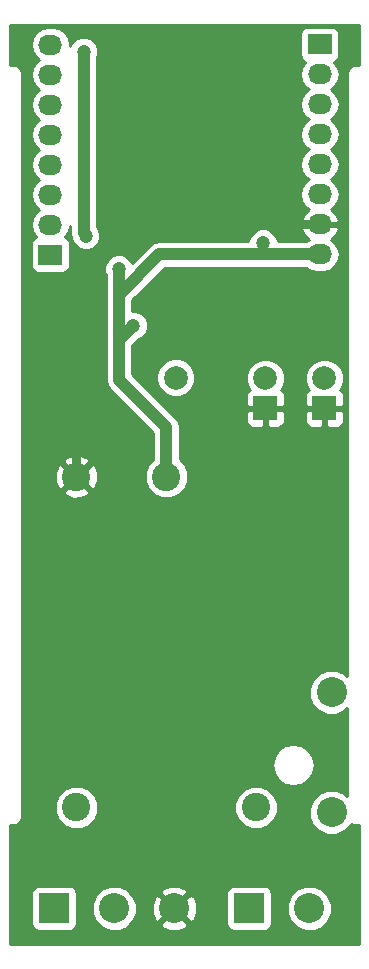
<source format=gbr>
G04 #@! TF.FileFunction,Copper,L2,Bot,Signal*
%FSLAX46Y46*%
G04 Gerber Fmt 4.6, Leading zero omitted, Abs format (unit mm)*
G04 Created by KiCad (PCBNEW 4.0.7-e2-6376~61~ubuntu18.04.1) date Sun Jul 15 10:10:36 2018*
%MOMM*%
%LPD*%
G01*
G04 APERTURE LIST*
%ADD10C,0.100000*%
%ADD11R,2.000000X2.000000*%
%ADD12C,2.000000*%
%ADD13C,2.540000*%
%ADD14R,2.540000X2.540000*%
%ADD15C,1.998980*%
%ADD16R,2.032000X1.727200*%
%ADD17O,2.032000X1.727200*%
%ADD18C,2.400000*%
%ADD19C,1.200000*%
%ADD20C,0.600000*%
%ADD21C,0.800000*%
%ADD22C,1.000000*%
%ADD23C,0.254000*%
G04 APERTURE END LIST*
D10*
D11*
X127110000Y-85920000D03*
D12*
X127110000Y-83380000D03*
D11*
X132110000Y-85920000D03*
D12*
X132110000Y-83380000D03*
D13*
X132710000Y-120120000D03*
X132710000Y-109960000D03*
D14*
X125730000Y-128270000D03*
D13*
X130810000Y-128270000D03*
D14*
X109220000Y-128270000D03*
D13*
X114300000Y-128270000D03*
X119380000Y-128270000D03*
D15*
X119510000Y-83320000D03*
D16*
X131710000Y-55120000D03*
D17*
X131710000Y-57660000D03*
X131710000Y-60200000D03*
X131710000Y-62740000D03*
X131710000Y-65280000D03*
X131710000Y-67820000D03*
X131710000Y-70360000D03*
X131710000Y-72900000D03*
D16*
X108910000Y-72920000D03*
D17*
X108910000Y-70380000D03*
X108910000Y-67840000D03*
X108910000Y-65300000D03*
X108910000Y-62760000D03*
X108910000Y-60220000D03*
X108910000Y-57680000D03*
X108910000Y-55140000D03*
D18*
X111110000Y-119720000D03*
X126310000Y-119720000D03*
X111110000Y-91720000D03*
X118710000Y-91720000D03*
D19*
X118310000Y-68320000D03*
X111710000Y-55720000D03*
X111910000Y-71320000D03*
X114710000Y-74120000D03*
X126910000Y-71920000D03*
X115910000Y-78920000D03*
D20*
X116270000Y-70360000D02*
X116110000Y-70360000D01*
X118310000Y-68320000D02*
X116270000Y-70360000D01*
D21*
X131710000Y-70360000D02*
X116110000Y-70360000D01*
X116110000Y-70360000D02*
X116070000Y-70360000D01*
X116070000Y-70360000D02*
X111110000Y-75320000D01*
X111110000Y-75320000D02*
X111110000Y-91720000D01*
D22*
X114710000Y-76320000D02*
X114710000Y-74120000D01*
X111710000Y-71120000D02*
X111710000Y-55720000D01*
X111910000Y-71320000D02*
X111710000Y-71120000D01*
D20*
X126910000Y-71920000D02*
X126910000Y-72900000D01*
X126910000Y-72900000D02*
X126910000Y-72920000D01*
X126910000Y-72920000D02*
X126910000Y-72900000D01*
X126310000Y-72900000D02*
X126310000Y-72920000D01*
X126310000Y-72920000D02*
X126310000Y-72900000D01*
D22*
X114710000Y-81720000D02*
X114710000Y-80120000D01*
X114710000Y-80120000D02*
X115910000Y-78920000D01*
X118710000Y-91720000D02*
X118710000Y-87520000D01*
X118130000Y-72900000D02*
X126310000Y-72900000D01*
X114710000Y-81720000D02*
X114710000Y-76320000D01*
X114710000Y-76320000D02*
X118130000Y-72900000D01*
X126310000Y-72900000D02*
X126910000Y-72900000D01*
X126910000Y-72900000D02*
X131710000Y-72900000D01*
X114710000Y-83520000D02*
X114710000Y-81720000D01*
X118710000Y-87520000D02*
X114710000Y-83520000D01*
D23*
G36*
X135029000Y-56817000D02*
X134764000Y-56817000D01*
X134492295Y-56871046D01*
X134261954Y-57024954D01*
X134108046Y-57255295D01*
X134054000Y-57527000D01*
X134054000Y-108609917D01*
X133790505Y-108345961D01*
X133090590Y-108055332D01*
X132332735Y-108054670D01*
X131632314Y-108344078D01*
X131095961Y-108879495D01*
X130805332Y-109579410D01*
X130804670Y-110337265D01*
X131094078Y-111037686D01*
X131629495Y-111574039D01*
X132329410Y-111864668D01*
X133087265Y-111865330D01*
X133787686Y-111575922D01*
X134054000Y-111310073D01*
X134054000Y-118769917D01*
X133790505Y-118505961D01*
X133090590Y-118215332D01*
X132332735Y-118214670D01*
X131632314Y-118504078D01*
X131095961Y-119039495D01*
X130805332Y-119739410D01*
X130804670Y-120497265D01*
X131094078Y-121197686D01*
X131629495Y-121734039D01*
X132329410Y-122024668D01*
X133087265Y-122025330D01*
X133787686Y-121735922D01*
X134324039Y-121200505D01*
X134366287Y-121098759D01*
X134492295Y-121182954D01*
X134764000Y-121237000D01*
X135029000Y-121237000D01*
X135029000Y-131317000D01*
X105509000Y-131317000D01*
X105509000Y-127000000D01*
X107302560Y-127000000D01*
X107302560Y-129540000D01*
X107346838Y-129775317D01*
X107485910Y-129991441D01*
X107698110Y-130136431D01*
X107950000Y-130187440D01*
X110490000Y-130187440D01*
X110725317Y-130143162D01*
X110941441Y-130004090D01*
X111086431Y-129791890D01*
X111137440Y-129540000D01*
X111137440Y-128647265D01*
X112394670Y-128647265D01*
X112684078Y-129347686D01*
X113219495Y-129884039D01*
X113919410Y-130174668D01*
X114677265Y-130175330D01*
X115377686Y-129885922D01*
X115646299Y-129617777D01*
X118211828Y-129617777D01*
X118343520Y-129912657D01*
X119051036Y-130184261D01*
X119808632Y-130164436D01*
X120416480Y-129912657D01*
X120548172Y-129617777D01*
X119380000Y-128449605D01*
X118211828Y-129617777D01*
X115646299Y-129617777D01*
X115914039Y-129350505D01*
X116204668Y-128650590D01*
X116205287Y-127941036D01*
X117465739Y-127941036D01*
X117485564Y-128698632D01*
X117737343Y-129306480D01*
X118032223Y-129438172D01*
X119200395Y-128270000D01*
X119559605Y-128270000D01*
X120727777Y-129438172D01*
X121022657Y-129306480D01*
X121294261Y-128598964D01*
X121274436Y-127841368D01*
X121022657Y-127233520D01*
X120727777Y-127101828D01*
X119559605Y-128270000D01*
X119200395Y-128270000D01*
X118032223Y-127101828D01*
X117737343Y-127233520D01*
X117465739Y-127941036D01*
X116205287Y-127941036D01*
X116205330Y-127892735D01*
X115915922Y-127192314D01*
X115646303Y-126922223D01*
X118211828Y-126922223D01*
X119380000Y-128090395D01*
X120470395Y-127000000D01*
X123812560Y-127000000D01*
X123812560Y-129540000D01*
X123856838Y-129775317D01*
X123995910Y-129991441D01*
X124208110Y-130136431D01*
X124460000Y-130187440D01*
X127000000Y-130187440D01*
X127235317Y-130143162D01*
X127451441Y-130004090D01*
X127596431Y-129791890D01*
X127647440Y-129540000D01*
X127647440Y-128647265D01*
X128904670Y-128647265D01*
X129194078Y-129347686D01*
X129729495Y-129884039D01*
X130429410Y-130174668D01*
X131187265Y-130175330D01*
X131887686Y-129885922D01*
X132424039Y-129350505D01*
X132714668Y-128650590D01*
X132715330Y-127892735D01*
X132425922Y-127192314D01*
X131890505Y-126655961D01*
X131190590Y-126365332D01*
X130432735Y-126364670D01*
X129732314Y-126654078D01*
X129195961Y-127189495D01*
X128905332Y-127889410D01*
X128904670Y-128647265D01*
X127647440Y-128647265D01*
X127647440Y-127000000D01*
X127603162Y-126764683D01*
X127464090Y-126548559D01*
X127251890Y-126403569D01*
X127000000Y-126352560D01*
X124460000Y-126352560D01*
X124224683Y-126396838D01*
X124008559Y-126535910D01*
X123863569Y-126748110D01*
X123812560Y-127000000D01*
X120470395Y-127000000D01*
X120548172Y-126922223D01*
X120416480Y-126627343D01*
X119708964Y-126355739D01*
X118951368Y-126375564D01*
X118343520Y-126627343D01*
X118211828Y-126922223D01*
X115646303Y-126922223D01*
X115380505Y-126655961D01*
X114680590Y-126365332D01*
X113922735Y-126364670D01*
X113222314Y-126654078D01*
X112685961Y-127189495D01*
X112395332Y-127889410D01*
X112394670Y-128647265D01*
X111137440Y-128647265D01*
X111137440Y-127000000D01*
X111093162Y-126764683D01*
X110954090Y-126548559D01*
X110741890Y-126403569D01*
X110490000Y-126352560D01*
X107950000Y-126352560D01*
X107714683Y-126396838D01*
X107498559Y-126535910D01*
X107353569Y-126748110D01*
X107302560Y-127000000D01*
X105509000Y-127000000D01*
X105509000Y-121237000D01*
X105774000Y-121237000D01*
X106045705Y-121182954D01*
X106276046Y-121029046D01*
X106429954Y-120798705D01*
X106484000Y-120527000D01*
X106484000Y-120083403D01*
X109274682Y-120083403D01*
X109553455Y-120758086D01*
X110069199Y-121274730D01*
X110743395Y-121554681D01*
X111473403Y-121555318D01*
X112148086Y-121276545D01*
X112664730Y-120760801D01*
X112944681Y-120086605D01*
X112944683Y-120083403D01*
X124474682Y-120083403D01*
X124753455Y-120758086D01*
X125269199Y-121274730D01*
X125943395Y-121554681D01*
X126673403Y-121555318D01*
X127348086Y-121276545D01*
X127864730Y-120760801D01*
X128144681Y-120086605D01*
X128145318Y-119356597D01*
X127866545Y-118681914D01*
X127350801Y-118165270D01*
X126676605Y-117885319D01*
X125946597Y-117884682D01*
X125271914Y-118163455D01*
X124755270Y-118679199D01*
X124475319Y-119353395D01*
X124474682Y-120083403D01*
X112944683Y-120083403D01*
X112945318Y-119356597D01*
X112666545Y-118681914D01*
X112150801Y-118165270D01*
X111476605Y-117885319D01*
X110746597Y-117884682D01*
X110071914Y-118163455D01*
X109555270Y-118679199D01*
X109275319Y-119353395D01*
X109274682Y-120083403D01*
X106484000Y-120083403D01*
X106484000Y-116127000D01*
X127659000Y-116127000D01*
X127796778Y-116819657D01*
X128189137Y-117406863D01*
X128776343Y-117799222D01*
X129469000Y-117937000D01*
X130161657Y-117799222D01*
X130748863Y-117406863D01*
X131141222Y-116819657D01*
X131279000Y-116127000D01*
X131141222Y-115434343D01*
X130748863Y-114847137D01*
X130161657Y-114454778D01*
X129469000Y-114317000D01*
X128776343Y-114454778D01*
X128189137Y-114847137D01*
X127796778Y-115434343D01*
X127659000Y-116127000D01*
X106484000Y-116127000D01*
X106484000Y-93017175D01*
X109992430Y-93017175D01*
X110115565Y-93304788D01*
X110797734Y-93564707D01*
X111527443Y-93543786D01*
X112104435Y-93304788D01*
X112227570Y-93017175D01*
X111110000Y-91899605D01*
X109992430Y-93017175D01*
X106484000Y-93017175D01*
X106484000Y-91407734D01*
X109265293Y-91407734D01*
X109286214Y-92137443D01*
X109525212Y-92714435D01*
X109812825Y-92837570D01*
X110930395Y-91720000D01*
X111289605Y-91720000D01*
X112407175Y-92837570D01*
X112694788Y-92714435D01*
X112954707Y-92032266D01*
X112933786Y-91302557D01*
X112694788Y-90725565D01*
X112407175Y-90602430D01*
X111289605Y-91720000D01*
X110930395Y-91720000D01*
X109812825Y-90602430D01*
X109525212Y-90725565D01*
X109265293Y-91407734D01*
X106484000Y-91407734D01*
X106484000Y-90422825D01*
X109992430Y-90422825D01*
X111110000Y-91540395D01*
X112227570Y-90422825D01*
X112104435Y-90135212D01*
X111422266Y-89875293D01*
X110692557Y-89896214D01*
X110115565Y-90135212D01*
X109992430Y-90422825D01*
X106484000Y-90422825D01*
X106484000Y-57527000D01*
X106429954Y-57255295D01*
X106276046Y-57024954D01*
X106045705Y-56871046D01*
X105774000Y-56817000D01*
X105509000Y-56817000D01*
X105509000Y-55140000D01*
X107226655Y-55140000D01*
X107340729Y-55713489D01*
X107665585Y-56199670D01*
X107980366Y-56410000D01*
X107665585Y-56620330D01*
X107340729Y-57106511D01*
X107226655Y-57680000D01*
X107340729Y-58253489D01*
X107665585Y-58739670D01*
X107980366Y-58950000D01*
X107665585Y-59160330D01*
X107340729Y-59646511D01*
X107226655Y-60220000D01*
X107340729Y-60793489D01*
X107665585Y-61279670D01*
X107980366Y-61490000D01*
X107665585Y-61700330D01*
X107340729Y-62186511D01*
X107226655Y-62760000D01*
X107340729Y-63333489D01*
X107665585Y-63819670D01*
X107980366Y-64030000D01*
X107665585Y-64240330D01*
X107340729Y-64726511D01*
X107226655Y-65300000D01*
X107340729Y-65873489D01*
X107665585Y-66359670D01*
X107980366Y-66570000D01*
X107665585Y-66780330D01*
X107340729Y-67266511D01*
X107226655Y-67840000D01*
X107340729Y-68413489D01*
X107665585Y-68899670D01*
X107980366Y-69110000D01*
X107665585Y-69320330D01*
X107340729Y-69806511D01*
X107226655Y-70380000D01*
X107340729Y-70953489D01*
X107665585Y-71439670D01*
X107679913Y-71449243D01*
X107658683Y-71453238D01*
X107442559Y-71592310D01*
X107297569Y-71804510D01*
X107246560Y-72056400D01*
X107246560Y-73783600D01*
X107290838Y-74018917D01*
X107429910Y-74235041D01*
X107642110Y-74380031D01*
X107894000Y-74431040D01*
X109926000Y-74431040D01*
X110161317Y-74386762D01*
X110195790Y-74364579D01*
X113474786Y-74364579D01*
X113575000Y-74607114D01*
X113575000Y-83520000D01*
X113661397Y-83954346D01*
X113856991Y-84247073D01*
X113907434Y-84322566D01*
X117575000Y-87990132D01*
X117575000Y-90260200D01*
X117155270Y-90679199D01*
X116875319Y-91353395D01*
X116874682Y-92083403D01*
X117153455Y-92758086D01*
X117669199Y-93274730D01*
X118343395Y-93554681D01*
X119073403Y-93555318D01*
X119748086Y-93276545D01*
X120264730Y-92760801D01*
X120544681Y-92086605D01*
X120545318Y-91356597D01*
X120266545Y-90681914D01*
X119845000Y-90259633D01*
X119845000Y-87520000D01*
X119758603Y-87085654D01*
X119512566Y-86717434D01*
X119000882Y-86205750D01*
X125475000Y-86205750D01*
X125475000Y-87046310D01*
X125571673Y-87279699D01*
X125750302Y-87458327D01*
X125983691Y-87555000D01*
X126824250Y-87555000D01*
X126983000Y-87396250D01*
X126983000Y-86047000D01*
X127237000Y-86047000D01*
X127237000Y-87396250D01*
X127395750Y-87555000D01*
X128236309Y-87555000D01*
X128469698Y-87458327D01*
X128648327Y-87279699D01*
X128745000Y-87046310D01*
X128745000Y-86205750D01*
X130475000Y-86205750D01*
X130475000Y-87046310D01*
X130571673Y-87279699D01*
X130750302Y-87458327D01*
X130983691Y-87555000D01*
X131824250Y-87555000D01*
X131983000Y-87396250D01*
X131983000Y-86047000D01*
X132237000Y-86047000D01*
X132237000Y-87396250D01*
X132395750Y-87555000D01*
X133236309Y-87555000D01*
X133469698Y-87458327D01*
X133648327Y-87279699D01*
X133745000Y-87046310D01*
X133745000Y-86205750D01*
X133586250Y-86047000D01*
X132237000Y-86047000D01*
X131983000Y-86047000D01*
X130633750Y-86047000D01*
X130475000Y-86205750D01*
X128745000Y-86205750D01*
X128586250Y-86047000D01*
X127237000Y-86047000D01*
X126983000Y-86047000D01*
X125633750Y-86047000D01*
X125475000Y-86205750D01*
X119000882Y-86205750D01*
X116438826Y-83643694D01*
X117875226Y-83643694D01*
X118123538Y-84244655D01*
X118582927Y-84704846D01*
X119183453Y-84954206D01*
X119833694Y-84954774D01*
X120434655Y-84706462D01*
X120894846Y-84247073D01*
X121120434Y-83703795D01*
X125474716Y-83703795D01*
X125723106Y-84304943D01*
X125785251Y-84367197D01*
X125750302Y-84381673D01*
X125571673Y-84560301D01*
X125475000Y-84793690D01*
X125475000Y-85634250D01*
X125633750Y-85793000D01*
X126983000Y-85793000D01*
X126983000Y-85773000D01*
X127237000Y-85773000D01*
X127237000Y-85793000D01*
X128586250Y-85793000D01*
X128745000Y-85634250D01*
X128745000Y-84793690D01*
X128648327Y-84560301D01*
X128469698Y-84381673D01*
X128435166Y-84367370D01*
X128495278Y-84307363D01*
X128744716Y-83706648D01*
X128744718Y-83703795D01*
X130474716Y-83703795D01*
X130723106Y-84304943D01*
X130785251Y-84367197D01*
X130750302Y-84381673D01*
X130571673Y-84560301D01*
X130475000Y-84793690D01*
X130475000Y-85634250D01*
X130633750Y-85793000D01*
X131983000Y-85793000D01*
X131983000Y-85773000D01*
X132237000Y-85773000D01*
X132237000Y-85793000D01*
X133586250Y-85793000D01*
X133745000Y-85634250D01*
X133745000Y-84793690D01*
X133648327Y-84560301D01*
X133469698Y-84381673D01*
X133435166Y-84367370D01*
X133495278Y-84307363D01*
X133744716Y-83706648D01*
X133745284Y-83056205D01*
X133496894Y-82455057D01*
X133037363Y-81994722D01*
X132436648Y-81745284D01*
X131786205Y-81744716D01*
X131185057Y-81993106D01*
X130724722Y-82452637D01*
X130475284Y-83053352D01*
X130474716Y-83703795D01*
X128744718Y-83703795D01*
X128745284Y-83056205D01*
X128496894Y-82455057D01*
X128037363Y-81994722D01*
X127436648Y-81745284D01*
X126786205Y-81744716D01*
X126185057Y-81993106D01*
X125724722Y-82452637D01*
X125475284Y-83053352D01*
X125474716Y-83703795D01*
X121120434Y-83703795D01*
X121144206Y-83646547D01*
X121144774Y-82996306D01*
X120896462Y-82395345D01*
X120437073Y-81935154D01*
X119836547Y-81685794D01*
X119186306Y-81685226D01*
X118585345Y-81933538D01*
X118125154Y-82392927D01*
X117875794Y-82993453D01*
X117875226Y-83643694D01*
X116438826Y-83643694D01*
X115845000Y-83049868D01*
X115845000Y-80590132D01*
X116368174Y-80066958D01*
X116608657Y-79967592D01*
X116956371Y-79620485D01*
X117144785Y-79166734D01*
X117145214Y-78675421D01*
X116957592Y-78221343D01*
X116610485Y-77873629D01*
X116156734Y-77685215D01*
X115845000Y-77684943D01*
X115845000Y-76790132D01*
X118600132Y-74035000D01*
X130578324Y-74035000D01*
X130951766Y-74284526D01*
X131525255Y-74398600D01*
X131894745Y-74398600D01*
X132468234Y-74284526D01*
X132954415Y-73959670D01*
X133279271Y-73473489D01*
X133393345Y-72900000D01*
X133279271Y-72326511D01*
X132954415Y-71840330D01*
X132644931Y-71633539D01*
X133060732Y-71262036D01*
X133314709Y-70734791D01*
X133317358Y-70719026D01*
X133196217Y-70487000D01*
X131837000Y-70487000D01*
X131837000Y-70507000D01*
X131583000Y-70507000D01*
X131583000Y-70487000D01*
X130223783Y-70487000D01*
X130102642Y-70719026D01*
X130105291Y-70734791D01*
X130359268Y-71262036D01*
X130775069Y-71633539D01*
X130578324Y-71765000D01*
X128145136Y-71765000D01*
X128145214Y-71675421D01*
X127957592Y-71221343D01*
X127610485Y-70873629D01*
X127156734Y-70685215D01*
X126665421Y-70684786D01*
X126211343Y-70872408D01*
X125863629Y-71219515D01*
X125675215Y-71673266D01*
X125675135Y-71765000D01*
X118130000Y-71765000D01*
X117726889Y-71845184D01*
X117695654Y-71851397D01*
X117327434Y-72097434D01*
X115829499Y-73595369D01*
X115757592Y-73421343D01*
X115410485Y-73073629D01*
X114956734Y-72885215D01*
X114465421Y-72884786D01*
X114011343Y-73072408D01*
X113663629Y-73419515D01*
X113475215Y-73873266D01*
X113474786Y-74364579D01*
X110195790Y-74364579D01*
X110377441Y-74247690D01*
X110522431Y-74035490D01*
X110573440Y-73783600D01*
X110573440Y-72056400D01*
X110529162Y-71821083D01*
X110390090Y-71604959D01*
X110177890Y-71459969D01*
X110136561Y-71451600D01*
X110154415Y-71439670D01*
X110479271Y-70953489D01*
X110575000Y-70472227D01*
X110575000Y-71120000D01*
X110661397Y-71554346D01*
X110685402Y-71590273D01*
X110862408Y-72018657D01*
X111209515Y-72366371D01*
X111663266Y-72554785D01*
X112154579Y-72555214D01*
X112608657Y-72367592D01*
X112956371Y-72020485D01*
X113144785Y-71566734D01*
X113145214Y-71075421D01*
X112957592Y-70621343D01*
X112845000Y-70508554D01*
X112845000Y-57660000D01*
X130026655Y-57660000D01*
X130140729Y-58233489D01*
X130465585Y-58719670D01*
X130780366Y-58930000D01*
X130465585Y-59140330D01*
X130140729Y-59626511D01*
X130026655Y-60200000D01*
X130140729Y-60773489D01*
X130465585Y-61259670D01*
X130780366Y-61470000D01*
X130465585Y-61680330D01*
X130140729Y-62166511D01*
X130026655Y-62740000D01*
X130140729Y-63313489D01*
X130465585Y-63799670D01*
X130780366Y-64010000D01*
X130465585Y-64220330D01*
X130140729Y-64706511D01*
X130026655Y-65280000D01*
X130140729Y-65853489D01*
X130465585Y-66339670D01*
X130780366Y-66550000D01*
X130465585Y-66760330D01*
X130140729Y-67246511D01*
X130026655Y-67820000D01*
X130140729Y-68393489D01*
X130465585Y-68879670D01*
X130775069Y-69086461D01*
X130359268Y-69457964D01*
X130105291Y-69985209D01*
X130102642Y-70000974D01*
X130223783Y-70233000D01*
X131583000Y-70233000D01*
X131583000Y-70213000D01*
X131837000Y-70213000D01*
X131837000Y-70233000D01*
X133196217Y-70233000D01*
X133317358Y-70000974D01*
X133314709Y-69985209D01*
X133060732Y-69457964D01*
X132644931Y-69086461D01*
X132954415Y-68879670D01*
X133279271Y-68393489D01*
X133393345Y-67820000D01*
X133279271Y-67246511D01*
X132954415Y-66760330D01*
X132639634Y-66550000D01*
X132954415Y-66339670D01*
X133279271Y-65853489D01*
X133393345Y-65280000D01*
X133279271Y-64706511D01*
X132954415Y-64220330D01*
X132639634Y-64010000D01*
X132954415Y-63799670D01*
X133279271Y-63313489D01*
X133393345Y-62740000D01*
X133279271Y-62166511D01*
X132954415Y-61680330D01*
X132639634Y-61470000D01*
X132954415Y-61259670D01*
X133279271Y-60773489D01*
X133393345Y-60200000D01*
X133279271Y-59626511D01*
X132954415Y-59140330D01*
X132639634Y-58930000D01*
X132954415Y-58719670D01*
X133279271Y-58233489D01*
X133393345Y-57660000D01*
X133279271Y-57086511D01*
X132954415Y-56600330D01*
X132940087Y-56590757D01*
X132961317Y-56586762D01*
X133177441Y-56447690D01*
X133322431Y-56235490D01*
X133373440Y-55983600D01*
X133373440Y-54256400D01*
X133329162Y-54021083D01*
X133190090Y-53804959D01*
X132977890Y-53659969D01*
X132726000Y-53608960D01*
X130694000Y-53608960D01*
X130458683Y-53653238D01*
X130242559Y-53792310D01*
X130097569Y-54004510D01*
X130046560Y-54256400D01*
X130046560Y-55983600D01*
X130090838Y-56218917D01*
X130229910Y-56435041D01*
X130442110Y-56580031D01*
X130483439Y-56588400D01*
X130465585Y-56600330D01*
X130140729Y-57086511D01*
X130026655Y-57660000D01*
X112845000Y-57660000D01*
X112845000Y-56207043D01*
X112944785Y-55966734D01*
X112945214Y-55475421D01*
X112757592Y-55021343D01*
X112410485Y-54673629D01*
X111956734Y-54485215D01*
X111465421Y-54484786D01*
X111011343Y-54672408D01*
X110663629Y-55019515D01*
X110574721Y-55233629D01*
X110593345Y-55140000D01*
X110479271Y-54566511D01*
X110154415Y-54080330D01*
X109668234Y-53755474D01*
X109094745Y-53641400D01*
X108725255Y-53641400D01*
X108151766Y-53755474D01*
X107665585Y-54080330D01*
X107340729Y-54566511D01*
X107226655Y-55140000D01*
X105509000Y-55140000D01*
X105509000Y-53447000D01*
X135029000Y-53447000D01*
X135029000Y-56817000D01*
X135029000Y-56817000D01*
G37*
X135029000Y-56817000D02*
X134764000Y-56817000D01*
X134492295Y-56871046D01*
X134261954Y-57024954D01*
X134108046Y-57255295D01*
X134054000Y-57527000D01*
X134054000Y-108609917D01*
X133790505Y-108345961D01*
X133090590Y-108055332D01*
X132332735Y-108054670D01*
X131632314Y-108344078D01*
X131095961Y-108879495D01*
X130805332Y-109579410D01*
X130804670Y-110337265D01*
X131094078Y-111037686D01*
X131629495Y-111574039D01*
X132329410Y-111864668D01*
X133087265Y-111865330D01*
X133787686Y-111575922D01*
X134054000Y-111310073D01*
X134054000Y-118769917D01*
X133790505Y-118505961D01*
X133090590Y-118215332D01*
X132332735Y-118214670D01*
X131632314Y-118504078D01*
X131095961Y-119039495D01*
X130805332Y-119739410D01*
X130804670Y-120497265D01*
X131094078Y-121197686D01*
X131629495Y-121734039D01*
X132329410Y-122024668D01*
X133087265Y-122025330D01*
X133787686Y-121735922D01*
X134324039Y-121200505D01*
X134366287Y-121098759D01*
X134492295Y-121182954D01*
X134764000Y-121237000D01*
X135029000Y-121237000D01*
X135029000Y-131317000D01*
X105509000Y-131317000D01*
X105509000Y-127000000D01*
X107302560Y-127000000D01*
X107302560Y-129540000D01*
X107346838Y-129775317D01*
X107485910Y-129991441D01*
X107698110Y-130136431D01*
X107950000Y-130187440D01*
X110490000Y-130187440D01*
X110725317Y-130143162D01*
X110941441Y-130004090D01*
X111086431Y-129791890D01*
X111137440Y-129540000D01*
X111137440Y-128647265D01*
X112394670Y-128647265D01*
X112684078Y-129347686D01*
X113219495Y-129884039D01*
X113919410Y-130174668D01*
X114677265Y-130175330D01*
X115377686Y-129885922D01*
X115646299Y-129617777D01*
X118211828Y-129617777D01*
X118343520Y-129912657D01*
X119051036Y-130184261D01*
X119808632Y-130164436D01*
X120416480Y-129912657D01*
X120548172Y-129617777D01*
X119380000Y-128449605D01*
X118211828Y-129617777D01*
X115646299Y-129617777D01*
X115914039Y-129350505D01*
X116204668Y-128650590D01*
X116205287Y-127941036D01*
X117465739Y-127941036D01*
X117485564Y-128698632D01*
X117737343Y-129306480D01*
X118032223Y-129438172D01*
X119200395Y-128270000D01*
X119559605Y-128270000D01*
X120727777Y-129438172D01*
X121022657Y-129306480D01*
X121294261Y-128598964D01*
X121274436Y-127841368D01*
X121022657Y-127233520D01*
X120727777Y-127101828D01*
X119559605Y-128270000D01*
X119200395Y-128270000D01*
X118032223Y-127101828D01*
X117737343Y-127233520D01*
X117465739Y-127941036D01*
X116205287Y-127941036D01*
X116205330Y-127892735D01*
X115915922Y-127192314D01*
X115646303Y-126922223D01*
X118211828Y-126922223D01*
X119380000Y-128090395D01*
X120470395Y-127000000D01*
X123812560Y-127000000D01*
X123812560Y-129540000D01*
X123856838Y-129775317D01*
X123995910Y-129991441D01*
X124208110Y-130136431D01*
X124460000Y-130187440D01*
X127000000Y-130187440D01*
X127235317Y-130143162D01*
X127451441Y-130004090D01*
X127596431Y-129791890D01*
X127647440Y-129540000D01*
X127647440Y-128647265D01*
X128904670Y-128647265D01*
X129194078Y-129347686D01*
X129729495Y-129884039D01*
X130429410Y-130174668D01*
X131187265Y-130175330D01*
X131887686Y-129885922D01*
X132424039Y-129350505D01*
X132714668Y-128650590D01*
X132715330Y-127892735D01*
X132425922Y-127192314D01*
X131890505Y-126655961D01*
X131190590Y-126365332D01*
X130432735Y-126364670D01*
X129732314Y-126654078D01*
X129195961Y-127189495D01*
X128905332Y-127889410D01*
X128904670Y-128647265D01*
X127647440Y-128647265D01*
X127647440Y-127000000D01*
X127603162Y-126764683D01*
X127464090Y-126548559D01*
X127251890Y-126403569D01*
X127000000Y-126352560D01*
X124460000Y-126352560D01*
X124224683Y-126396838D01*
X124008559Y-126535910D01*
X123863569Y-126748110D01*
X123812560Y-127000000D01*
X120470395Y-127000000D01*
X120548172Y-126922223D01*
X120416480Y-126627343D01*
X119708964Y-126355739D01*
X118951368Y-126375564D01*
X118343520Y-126627343D01*
X118211828Y-126922223D01*
X115646303Y-126922223D01*
X115380505Y-126655961D01*
X114680590Y-126365332D01*
X113922735Y-126364670D01*
X113222314Y-126654078D01*
X112685961Y-127189495D01*
X112395332Y-127889410D01*
X112394670Y-128647265D01*
X111137440Y-128647265D01*
X111137440Y-127000000D01*
X111093162Y-126764683D01*
X110954090Y-126548559D01*
X110741890Y-126403569D01*
X110490000Y-126352560D01*
X107950000Y-126352560D01*
X107714683Y-126396838D01*
X107498559Y-126535910D01*
X107353569Y-126748110D01*
X107302560Y-127000000D01*
X105509000Y-127000000D01*
X105509000Y-121237000D01*
X105774000Y-121237000D01*
X106045705Y-121182954D01*
X106276046Y-121029046D01*
X106429954Y-120798705D01*
X106484000Y-120527000D01*
X106484000Y-120083403D01*
X109274682Y-120083403D01*
X109553455Y-120758086D01*
X110069199Y-121274730D01*
X110743395Y-121554681D01*
X111473403Y-121555318D01*
X112148086Y-121276545D01*
X112664730Y-120760801D01*
X112944681Y-120086605D01*
X112944683Y-120083403D01*
X124474682Y-120083403D01*
X124753455Y-120758086D01*
X125269199Y-121274730D01*
X125943395Y-121554681D01*
X126673403Y-121555318D01*
X127348086Y-121276545D01*
X127864730Y-120760801D01*
X128144681Y-120086605D01*
X128145318Y-119356597D01*
X127866545Y-118681914D01*
X127350801Y-118165270D01*
X126676605Y-117885319D01*
X125946597Y-117884682D01*
X125271914Y-118163455D01*
X124755270Y-118679199D01*
X124475319Y-119353395D01*
X124474682Y-120083403D01*
X112944683Y-120083403D01*
X112945318Y-119356597D01*
X112666545Y-118681914D01*
X112150801Y-118165270D01*
X111476605Y-117885319D01*
X110746597Y-117884682D01*
X110071914Y-118163455D01*
X109555270Y-118679199D01*
X109275319Y-119353395D01*
X109274682Y-120083403D01*
X106484000Y-120083403D01*
X106484000Y-116127000D01*
X127659000Y-116127000D01*
X127796778Y-116819657D01*
X128189137Y-117406863D01*
X128776343Y-117799222D01*
X129469000Y-117937000D01*
X130161657Y-117799222D01*
X130748863Y-117406863D01*
X131141222Y-116819657D01*
X131279000Y-116127000D01*
X131141222Y-115434343D01*
X130748863Y-114847137D01*
X130161657Y-114454778D01*
X129469000Y-114317000D01*
X128776343Y-114454778D01*
X128189137Y-114847137D01*
X127796778Y-115434343D01*
X127659000Y-116127000D01*
X106484000Y-116127000D01*
X106484000Y-93017175D01*
X109992430Y-93017175D01*
X110115565Y-93304788D01*
X110797734Y-93564707D01*
X111527443Y-93543786D01*
X112104435Y-93304788D01*
X112227570Y-93017175D01*
X111110000Y-91899605D01*
X109992430Y-93017175D01*
X106484000Y-93017175D01*
X106484000Y-91407734D01*
X109265293Y-91407734D01*
X109286214Y-92137443D01*
X109525212Y-92714435D01*
X109812825Y-92837570D01*
X110930395Y-91720000D01*
X111289605Y-91720000D01*
X112407175Y-92837570D01*
X112694788Y-92714435D01*
X112954707Y-92032266D01*
X112933786Y-91302557D01*
X112694788Y-90725565D01*
X112407175Y-90602430D01*
X111289605Y-91720000D01*
X110930395Y-91720000D01*
X109812825Y-90602430D01*
X109525212Y-90725565D01*
X109265293Y-91407734D01*
X106484000Y-91407734D01*
X106484000Y-90422825D01*
X109992430Y-90422825D01*
X111110000Y-91540395D01*
X112227570Y-90422825D01*
X112104435Y-90135212D01*
X111422266Y-89875293D01*
X110692557Y-89896214D01*
X110115565Y-90135212D01*
X109992430Y-90422825D01*
X106484000Y-90422825D01*
X106484000Y-57527000D01*
X106429954Y-57255295D01*
X106276046Y-57024954D01*
X106045705Y-56871046D01*
X105774000Y-56817000D01*
X105509000Y-56817000D01*
X105509000Y-55140000D01*
X107226655Y-55140000D01*
X107340729Y-55713489D01*
X107665585Y-56199670D01*
X107980366Y-56410000D01*
X107665585Y-56620330D01*
X107340729Y-57106511D01*
X107226655Y-57680000D01*
X107340729Y-58253489D01*
X107665585Y-58739670D01*
X107980366Y-58950000D01*
X107665585Y-59160330D01*
X107340729Y-59646511D01*
X107226655Y-60220000D01*
X107340729Y-60793489D01*
X107665585Y-61279670D01*
X107980366Y-61490000D01*
X107665585Y-61700330D01*
X107340729Y-62186511D01*
X107226655Y-62760000D01*
X107340729Y-63333489D01*
X107665585Y-63819670D01*
X107980366Y-64030000D01*
X107665585Y-64240330D01*
X107340729Y-64726511D01*
X107226655Y-65300000D01*
X107340729Y-65873489D01*
X107665585Y-66359670D01*
X107980366Y-66570000D01*
X107665585Y-66780330D01*
X107340729Y-67266511D01*
X107226655Y-67840000D01*
X107340729Y-68413489D01*
X107665585Y-68899670D01*
X107980366Y-69110000D01*
X107665585Y-69320330D01*
X107340729Y-69806511D01*
X107226655Y-70380000D01*
X107340729Y-70953489D01*
X107665585Y-71439670D01*
X107679913Y-71449243D01*
X107658683Y-71453238D01*
X107442559Y-71592310D01*
X107297569Y-71804510D01*
X107246560Y-72056400D01*
X107246560Y-73783600D01*
X107290838Y-74018917D01*
X107429910Y-74235041D01*
X107642110Y-74380031D01*
X107894000Y-74431040D01*
X109926000Y-74431040D01*
X110161317Y-74386762D01*
X110195790Y-74364579D01*
X113474786Y-74364579D01*
X113575000Y-74607114D01*
X113575000Y-83520000D01*
X113661397Y-83954346D01*
X113856991Y-84247073D01*
X113907434Y-84322566D01*
X117575000Y-87990132D01*
X117575000Y-90260200D01*
X117155270Y-90679199D01*
X116875319Y-91353395D01*
X116874682Y-92083403D01*
X117153455Y-92758086D01*
X117669199Y-93274730D01*
X118343395Y-93554681D01*
X119073403Y-93555318D01*
X119748086Y-93276545D01*
X120264730Y-92760801D01*
X120544681Y-92086605D01*
X120545318Y-91356597D01*
X120266545Y-90681914D01*
X119845000Y-90259633D01*
X119845000Y-87520000D01*
X119758603Y-87085654D01*
X119512566Y-86717434D01*
X119000882Y-86205750D01*
X125475000Y-86205750D01*
X125475000Y-87046310D01*
X125571673Y-87279699D01*
X125750302Y-87458327D01*
X125983691Y-87555000D01*
X126824250Y-87555000D01*
X126983000Y-87396250D01*
X126983000Y-86047000D01*
X127237000Y-86047000D01*
X127237000Y-87396250D01*
X127395750Y-87555000D01*
X128236309Y-87555000D01*
X128469698Y-87458327D01*
X128648327Y-87279699D01*
X128745000Y-87046310D01*
X128745000Y-86205750D01*
X130475000Y-86205750D01*
X130475000Y-87046310D01*
X130571673Y-87279699D01*
X130750302Y-87458327D01*
X130983691Y-87555000D01*
X131824250Y-87555000D01*
X131983000Y-87396250D01*
X131983000Y-86047000D01*
X132237000Y-86047000D01*
X132237000Y-87396250D01*
X132395750Y-87555000D01*
X133236309Y-87555000D01*
X133469698Y-87458327D01*
X133648327Y-87279699D01*
X133745000Y-87046310D01*
X133745000Y-86205750D01*
X133586250Y-86047000D01*
X132237000Y-86047000D01*
X131983000Y-86047000D01*
X130633750Y-86047000D01*
X130475000Y-86205750D01*
X128745000Y-86205750D01*
X128586250Y-86047000D01*
X127237000Y-86047000D01*
X126983000Y-86047000D01*
X125633750Y-86047000D01*
X125475000Y-86205750D01*
X119000882Y-86205750D01*
X116438826Y-83643694D01*
X117875226Y-83643694D01*
X118123538Y-84244655D01*
X118582927Y-84704846D01*
X119183453Y-84954206D01*
X119833694Y-84954774D01*
X120434655Y-84706462D01*
X120894846Y-84247073D01*
X121120434Y-83703795D01*
X125474716Y-83703795D01*
X125723106Y-84304943D01*
X125785251Y-84367197D01*
X125750302Y-84381673D01*
X125571673Y-84560301D01*
X125475000Y-84793690D01*
X125475000Y-85634250D01*
X125633750Y-85793000D01*
X126983000Y-85793000D01*
X126983000Y-85773000D01*
X127237000Y-85773000D01*
X127237000Y-85793000D01*
X128586250Y-85793000D01*
X128745000Y-85634250D01*
X128745000Y-84793690D01*
X128648327Y-84560301D01*
X128469698Y-84381673D01*
X128435166Y-84367370D01*
X128495278Y-84307363D01*
X128744716Y-83706648D01*
X128744718Y-83703795D01*
X130474716Y-83703795D01*
X130723106Y-84304943D01*
X130785251Y-84367197D01*
X130750302Y-84381673D01*
X130571673Y-84560301D01*
X130475000Y-84793690D01*
X130475000Y-85634250D01*
X130633750Y-85793000D01*
X131983000Y-85793000D01*
X131983000Y-85773000D01*
X132237000Y-85773000D01*
X132237000Y-85793000D01*
X133586250Y-85793000D01*
X133745000Y-85634250D01*
X133745000Y-84793690D01*
X133648327Y-84560301D01*
X133469698Y-84381673D01*
X133435166Y-84367370D01*
X133495278Y-84307363D01*
X133744716Y-83706648D01*
X133745284Y-83056205D01*
X133496894Y-82455057D01*
X133037363Y-81994722D01*
X132436648Y-81745284D01*
X131786205Y-81744716D01*
X131185057Y-81993106D01*
X130724722Y-82452637D01*
X130475284Y-83053352D01*
X130474716Y-83703795D01*
X128744718Y-83703795D01*
X128745284Y-83056205D01*
X128496894Y-82455057D01*
X128037363Y-81994722D01*
X127436648Y-81745284D01*
X126786205Y-81744716D01*
X126185057Y-81993106D01*
X125724722Y-82452637D01*
X125475284Y-83053352D01*
X125474716Y-83703795D01*
X121120434Y-83703795D01*
X121144206Y-83646547D01*
X121144774Y-82996306D01*
X120896462Y-82395345D01*
X120437073Y-81935154D01*
X119836547Y-81685794D01*
X119186306Y-81685226D01*
X118585345Y-81933538D01*
X118125154Y-82392927D01*
X117875794Y-82993453D01*
X117875226Y-83643694D01*
X116438826Y-83643694D01*
X115845000Y-83049868D01*
X115845000Y-80590132D01*
X116368174Y-80066958D01*
X116608657Y-79967592D01*
X116956371Y-79620485D01*
X117144785Y-79166734D01*
X117145214Y-78675421D01*
X116957592Y-78221343D01*
X116610485Y-77873629D01*
X116156734Y-77685215D01*
X115845000Y-77684943D01*
X115845000Y-76790132D01*
X118600132Y-74035000D01*
X130578324Y-74035000D01*
X130951766Y-74284526D01*
X131525255Y-74398600D01*
X131894745Y-74398600D01*
X132468234Y-74284526D01*
X132954415Y-73959670D01*
X133279271Y-73473489D01*
X133393345Y-72900000D01*
X133279271Y-72326511D01*
X132954415Y-71840330D01*
X132644931Y-71633539D01*
X133060732Y-71262036D01*
X133314709Y-70734791D01*
X133317358Y-70719026D01*
X133196217Y-70487000D01*
X131837000Y-70487000D01*
X131837000Y-70507000D01*
X131583000Y-70507000D01*
X131583000Y-70487000D01*
X130223783Y-70487000D01*
X130102642Y-70719026D01*
X130105291Y-70734791D01*
X130359268Y-71262036D01*
X130775069Y-71633539D01*
X130578324Y-71765000D01*
X128145136Y-71765000D01*
X128145214Y-71675421D01*
X127957592Y-71221343D01*
X127610485Y-70873629D01*
X127156734Y-70685215D01*
X126665421Y-70684786D01*
X126211343Y-70872408D01*
X125863629Y-71219515D01*
X125675215Y-71673266D01*
X125675135Y-71765000D01*
X118130000Y-71765000D01*
X117726889Y-71845184D01*
X117695654Y-71851397D01*
X117327434Y-72097434D01*
X115829499Y-73595369D01*
X115757592Y-73421343D01*
X115410485Y-73073629D01*
X114956734Y-72885215D01*
X114465421Y-72884786D01*
X114011343Y-73072408D01*
X113663629Y-73419515D01*
X113475215Y-73873266D01*
X113474786Y-74364579D01*
X110195790Y-74364579D01*
X110377441Y-74247690D01*
X110522431Y-74035490D01*
X110573440Y-73783600D01*
X110573440Y-72056400D01*
X110529162Y-71821083D01*
X110390090Y-71604959D01*
X110177890Y-71459969D01*
X110136561Y-71451600D01*
X110154415Y-71439670D01*
X110479271Y-70953489D01*
X110575000Y-70472227D01*
X110575000Y-71120000D01*
X110661397Y-71554346D01*
X110685402Y-71590273D01*
X110862408Y-72018657D01*
X111209515Y-72366371D01*
X111663266Y-72554785D01*
X112154579Y-72555214D01*
X112608657Y-72367592D01*
X112956371Y-72020485D01*
X113144785Y-71566734D01*
X113145214Y-71075421D01*
X112957592Y-70621343D01*
X112845000Y-70508554D01*
X112845000Y-57660000D01*
X130026655Y-57660000D01*
X130140729Y-58233489D01*
X130465585Y-58719670D01*
X130780366Y-58930000D01*
X130465585Y-59140330D01*
X130140729Y-59626511D01*
X130026655Y-60200000D01*
X130140729Y-60773489D01*
X130465585Y-61259670D01*
X130780366Y-61470000D01*
X130465585Y-61680330D01*
X130140729Y-62166511D01*
X130026655Y-62740000D01*
X130140729Y-63313489D01*
X130465585Y-63799670D01*
X130780366Y-64010000D01*
X130465585Y-64220330D01*
X130140729Y-64706511D01*
X130026655Y-65280000D01*
X130140729Y-65853489D01*
X130465585Y-66339670D01*
X130780366Y-66550000D01*
X130465585Y-66760330D01*
X130140729Y-67246511D01*
X130026655Y-67820000D01*
X130140729Y-68393489D01*
X130465585Y-68879670D01*
X130775069Y-69086461D01*
X130359268Y-69457964D01*
X130105291Y-69985209D01*
X130102642Y-70000974D01*
X130223783Y-70233000D01*
X131583000Y-70233000D01*
X131583000Y-70213000D01*
X131837000Y-70213000D01*
X131837000Y-70233000D01*
X133196217Y-70233000D01*
X133317358Y-70000974D01*
X133314709Y-69985209D01*
X133060732Y-69457964D01*
X132644931Y-69086461D01*
X132954415Y-68879670D01*
X133279271Y-68393489D01*
X133393345Y-67820000D01*
X133279271Y-67246511D01*
X132954415Y-66760330D01*
X132639634Y-66550000D01*
X132954415Y-66339670D01*
X133279271Y-65853489D01*
X133393345Y-65280000D01*
X133279271Y-64706511D01*
X132954415Y-64220330D01*
X132639634Y-64010000D01*
X132954415Y-63799670D01*
X133279271Y-63313489D01*
X133393345Y-62740000D01*
X133279271Y-62166511D01*
X132954415Y-61680330D01*
X132639634Y-61470000D01*
X132954415Y-61259670D01*
X133279271Y-60773489D01*
X133393345Y-60200000D01*
X133279271Y-59626511D01*
X132954415Y-59140330D01*
X132639634Y-58930000D01*
X132954415Y-58719670D01*
X133279271Y-58233489D01*
X133393345Y-57660000D01*
X133279271Y-57086511D01*
X132954415Y-56600330D01*
X132940087Y-56590757D01*
X132961317Y-56586762D01*
X133177441Y-56447690D01*
X133322431Y-56235490D01*
X133373440Y-55983600D01*
X133373440Y-54256400D01*
X133329162Y-54021083D01*
X133190090Y-53804959D01*
X132977890Y-53659969D01*
X132726000Y-53608960D01*
X130694000Y-53608960D01*
X130458683Y-53653238D01*
X130242559Y-53792310D01*
X130097569Y-54004510D01*
X130046560Y-54256400D01*
X130046560Y-55983600D01*
X130090838Y-56218917D01*
X130229910Y-56435041D01*
X130442110Y-56580031D01*
X130483439Y-56588400D01*
X130465585Y-56600330D01*
X130140729Y-57086511D01*
X130026655Y-57660000D01*
X112845000Y-57660000D01*
X112845000Y-56207043D01*
X112944785Y-55966734D01*
X112945214Y-55475421D01*
X112757592Y-55021343D01*
X112410485Y-54673629D01*
X111956734Y-54485215D01*
X111465421Y-54484786D01*
X111011343Y-54672408D01*
X110663629Y-55019515D01*
X110574721Y-55233629D01*
X110593345Y-55140000D01*
X110479271Y-54566511D01*
X110154415Y-54080330D01*
X109668234Y-53755474D01*
X109094745Y-53641400D01*
X108725255Y-53641400D01*
X108151766Y-53755474D01*
X107665585Y-54080330D01*
X107340729Y-54566511D01*
X107226655Y-55140000D01*
X105509000Y-55140000D01*
X105509000Y-53447000D01*
X135029000Y-53447000D01*
X135029000Y-56817000D01*
M02*

</source>
